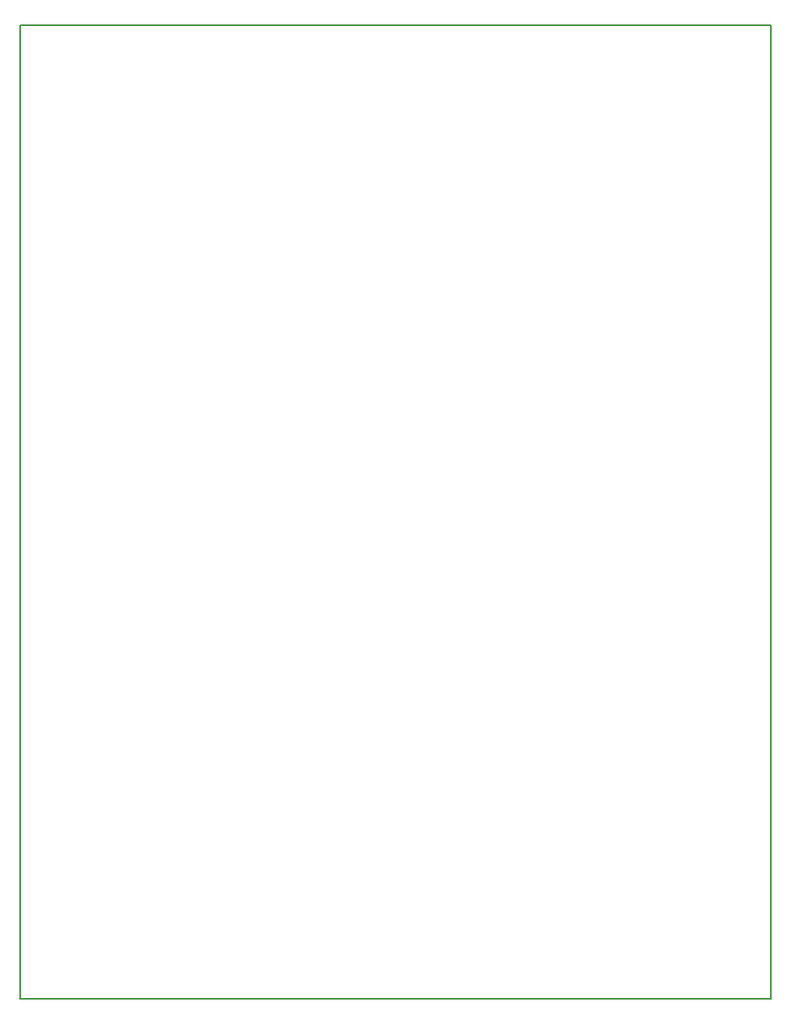
<source format=gko>
G04 Layer_Color=16720538*
%FSLAX24Y24*%
%MOIN*%
G70*
G01*
G75*
%ADD60C,0.0079*%
D60*
X9843Y9843D02*
Y48425D01*
X39665D01*
Y9843D02*
Y48425D01*
X9843Y9843D02*
X39665D01*
M02*

</source>
